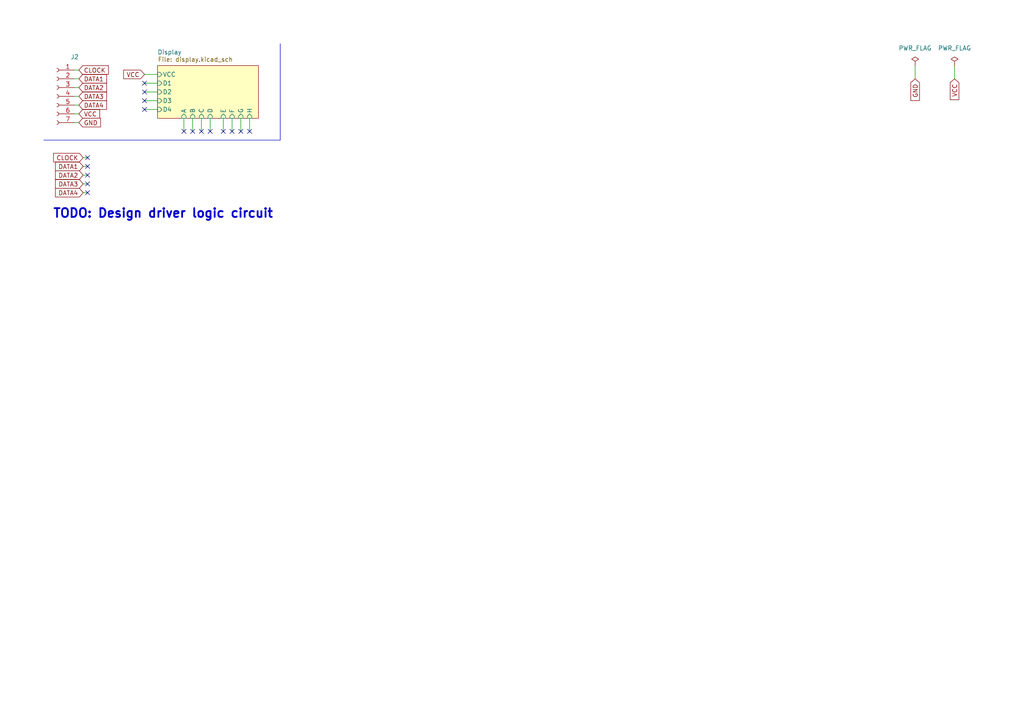
<source format=kicad_sch>
(kicad_sch (version 20231120) (generator "eeschema") (generator_version "8.0")
  (paper "A4")
  (title_block (title "DISPLAY CONTROL TEMPLATE") (date "2022-06-04") (rev "1.0.0") (company "Poznan University of Technology"))
  (lib_symbols
    (symbol "Connector:Conn_01x07_Socket" (pin_names (offset 1.016) hide)
      (property "Reference" "J" (at 0 10.16 0))
      (property "Value" "Conn_01x07_Socket" (at 0 -10.16 0))
      (symbol "Conn_01x07_Socket_1_1"
        (arc (start 0 -7.112) (mid -0.5058 -7.62) (end 0 -8.128) (stroke (width 0.1524)))
        (arc (start 0 -4.572) (mid -0.5058 -5.08) (end 0 -5.588) (stroke (width 0.1524)))
        (arc (start 0 -2.032) (mid -0.5058 -2.54) (end 0 -3.048) (stroke (width 0.1524)))
        (polyline (pts (xy -1.27 -7.62) (xy -0.508 -7.62)) (stroke (width 0.1524)))
        (polyline (pts (xy -1.27 -5.08) (xy -0.508 -5.08)) (stroke (width 0.1524)))
        (polyline (pts (xy -1.27 -2.54) (xy -0.508 -2.54)) (stroke (width 0.1524)))
        (polyline (pts (xy -1.27 0) (xy -0.508 0)) (stroke (width 0.1524)))
        (polyline (pts (xy -1.27 2.54) (xy -0.508 2.54)) (stroke (width 0.1524)))
        (polyline (pts (xy -1.27 5.08) (xy -0.508 5.08)) (stroke (width 0.1524)))
        (polyline (pts (xy -1.27 7.62) (xy -0.508 7.62)) (stroke (width 0.1524)))
        (arc (start 0 0.508) (mid -0.5058 0) (end 0 -0.508) (stroke (width 0.1524)))
        (arc (start 0 3.048) (mid -0.5058 2.54) (end 0 2.032) (stroke (width 0.1524)))
        (arc (start 0 5.588) (mid -0.5058 5.08) (end 0 4.572) (stroke (width 0.1524)))
        (arc (start 0 8.128) (mid -0.5058 7.62) (end 0 7.112) (stroke (width 0.1524)))
        (pin passive line (at -5.08 7.62 0) (length 3.81) (name "Pin_1") (number "1"))
        (pin passive line (at -5.08 5.08 0) (length 3.81) (name "Pin_2") (number "2"))
        (pin passive line (at -5.08 2.54 0) (length 3.81) (name "Pin_3") (number "3"))
        (pin passive line (at -5.08 0 0) (length 3.81) (name "Pin_4") (number "4"))
        (pin passive line (at -5.08 -2.54 0) (length 3.81) (name "Pin_5") (number "5"))
        (pin passive line (at -5.08 -5.08 0) (length 3.81) (name "Pin_6") (number "6"))
        (pin passive line (at -5.08 -7.62 0) (length 3.81) (name "Pin_7") (number "7"))
      )
    )
    (symbol "power:PWR_FLAG" (power) (pin_numbers hide) (pin_names (offset 0) hide)
      (property "Value" "PWR_FLAG" (at 0 3.81 0))
      (symbol "PWR_FLAG_0_0"
        (pin power_out line (at 0 0 90) (length 0) (name "~") (number "1"))
      )
      (symbol "PWR_FLAG_0_1"
        (polyline (pts (xy 0 0) (xy 0 1.27) (xy -1.016 1.905) (xy 0 2.54) (xy 1.016 1.905) (xy 0 1.27)))
      )
    )
  )
  (no_connect (at 41.91 29.21))
  (no_connect (at 41.91 31.75))
  (no_connect (at 41.91 26.67))
  (no_connect (at 41.91 24.13))
  (no_connect (at 25.4 50.8))
  (no_connect (at 25.4 45.72))
  (no_connect (at 25.4 48.26))
  (no_connect (at 25.4 53.34))
  (no_connect (at 25.4 55.88))
  (no_connect (at 58.42 38.1))
  (no_connect (at 55.88 38.1))
  (no_connect (at 53.34 38.1))
  (no_connect (at 67.31 38.1))
  (no_connect (at 69.85 38.1))
  (no_connect (at 60.96 38.1))
  (no_connect (at 64.77 38.1))
  (no_connect (at 72.39 38.1))
  (wire (pts (xy 21.59 20.32) (xy 22.86 20.32)))
  (wire (pts (xy 41.91 29.21) (xy 45.72 29.21)))
  (wire (pts (xy 25.4 53.34) (xy 24.13 53.34)))
  (wire (pts (xy 21.59 30.48) (xy 22.86 30.48)))
  (wire (pts (xy 21.59 35.56) (xy 22.86 35.56)))
  (wire (pts (xy 21.59 22.86) (xy 22.86 22.86)))
  (wire (pts (xy 21.59 33.02) (xy 22.86 33.02)))
  (polyline (pts (xy 12.7 40.64) (xy 81.28 40.64)))
  (wire (pts (xy 72.39 34.29) (xy 72.39 38.1)))
  (wire (pts (xy 25.4 48.26) (xy 24.13 48.26)))
  (wire (pts (xy 55.88 34.29) (xy 55.88 38.1)))
  (wire (pts (xy 41.91 31.75) (xy 45.72 31.75)))
  (wire (pts (xy 21.59 25.4) (xy 22.86 25.4)))
  (wire (pts (xy 53.34 34.29) (xy 53.34 38.1)))
  (wire (pts (xy 64.77 34.29) (xy 64.77 38.1)))
  (wire (pts (xy 25.4 45.72) (xy 24.13 45.72)))
  (wire (pts (xy 41.91 24.13) (xy 45.72 24.13)))
  (wire (pts (xy 41.91 21.59) (xy 45.72 21.59)))
  (wire (pts (xy 265.43 19.05) (xy 265.43 22.86)))
  (wire (pts (xy 58.42 34.29) (xy 58.42 38.1)))
  (wire (pts (xy 25.4 50.8) (xy 24.13 50.8)))
  (wire (pts (xy 276.86 19.05) (xy 276.86 22.86)))
  (wire (pts (xy 21.59 27.94) (xy 22.86 27.94)))
  (wire (pts (xy 25.4 55.88) (xy 24.13 55.88)))
  (polyline (pts (xy 81.28 12.7) (xy 81.28 40.64)))
  (wire (pts (xy 67.31 34.29) (xy 67.31 38.1)))
  (wire (pts (xy 69.85 34.29) (xy 69.85 38.1)))
  (wire (pts (xy 60.96 34.29) (xy 60.96 38.1)))
  (wire (pts (xy 41.91 26.67) (xy 45.72 26.67)))
  (text "TODO: Design driver logic circuit\n" (at 15.24 63.5 0) (effects (font (size 2.54 2.54) (thickness 0.508) (bold yes)) (justify left bottom)))
  (global_label "CLOCK" (shape input) (at 22.86 20.32 0) (property "Intersheetrefs" "${INTERSHEET_REFS}" (effects (hide yes))))
  (global_label "GND" (shape input) (at 22.86 35.56 0) (property "Intersheetrefs" "${INTERSHEET_REFS}" (effects (hide yes))))
  (global_label "VCC" (shape input) (at 22.86 33.02 0) (property "Intersheetrefs" "${INTERSHEET_REFS}" (effects (hide yes))))
  (global_label "DATA4" (shape input) (at 22.86 30.48 0) (property "Intersheetrefs" "${INTERSHEET_REFS}" (effects (hide yes))))
  (global_label "DATA2" (shape input) (at 24.13 50.8 180) (property "Intersheetrefs" "${INTERSHEET_REFS}" (effects (hide yes))))
  (global_label "DATA3" (shape input) (at 22.86 27.94 0) (property "Intersheetrefs" "${INTERSHEET_REFS}" (effects (hide yes))))
  (global_label "VCC" (shape input) (at 276.86 22.86 270) (property "Intersheetrefs" "${INTERSHEET_REFS}" (effects (hide yes))))
  (global_label "VCC" (shape input) (at 41.91 21.59 180) (property "Intersheetrefs" "${INTERSHEET_REFS}" (effects (hide yes))))
  (global_label "DATA3" (shape input) (at 24.13 53.34 180) (property "Intersheetrefs" "${INTERSHEET_REFS}" (effects (hide yes))))
  (global_label "DATA1" (shape input) (at 22.86 22.86 0) (property "Intersheetrefs" "${INTERSHEET_REFS}" (effects (hide yes))))
  (global_label "GND" (shape input) (at 265.43 22.86 270) (property "Intersheetrefs" "${INTERSHEET_REFS}" (effects (hide yes))))
  (global_label "DATA2" (shape input) (at 22.86 25.4 0) (property "Intersheetrefs" "${INTERSHEET_REFS}" (effects (hide yes))))
  (global_label "DATA1" (shape input) (at 24.13 48.26 180) (property "Intersheetrefs" "${INTERSHEET_REFS}" (effects (hide yes))))
  (global_label "DATA4" (shape input) (at 24.13 55.88 180) (property "Intersheetrefs" "${INTERSHEET_REFS}" (effects (hide yes))))
  (global_label "CLOCK" (shape input) (at 24.13 45.72 180) (property "Intersheetrefs" "${INTERSHEET_REFS}" (effects (hide yes))))
  (symbol (lib_id "Connector:Conn_01x07_Socket") (at 16.51 27.94 0) (mirror y) (unit 1)
    (property "Reference" "J2" (at 22.86 16.51 0) (effects (justify left)))
    (property "Value" "Conn_01x07_Socket" (effects (hide yes)))
    (property "Footprint" "Connector_PinSocket_2.54mm:PinSocket_1x07_P2.54mm_Vertical" (effects (hide yes)))
  )
  (symbol (lib_id "power:PWR_FLAG") (at 276.86 19.05 0) (unit 1)
    (property "Reference" "#FLG02" (effects (hide yes)))
    (property "Value" "PWR_FLAG" (at 276.86 13.97 0))
    (property "Description" "Special symbol for telling ERC where power comes from" (effects (hide yes)))
  )
  (symbol (lib_id "power:PWR_FLAG") (at 265.43 19.05 0) (unit 1)
    (property "Reference" "#FLG01" (effects (hide yes)))
    (property "Value" "PWR_FLAG" (at 265.43 13.97 0))
    (property "Description" "Special symbol for telling ERC where power comes from" (effects (hide yes)))
  )
  (sheet (at 45.72 19.05) (size 29.21 15.24) (stroke (width 0.1524)) (fill (color 255 255 194 1.0000))
    (property "Sheetname" "Display" (at 52.705 15.875 0) (effects (justify right bottom)))
    (property "Sheetfile" "display.kicad_sch" (at 67.564 16.51 0) (effects (justify right top)))
    (pin "D1" input (at 45.72 24.13 180))
    (pin "F" input (at 67.31 34.29 270))
    (pin "E" input (at 64.77 34.29 270))
    (pin "C" input (at 58.42 34.29 270))
    (pin "D" input (at 60.96 34.29 270))
    (pin "VCC" input (at 45.72 21.59 180))
    (pin "B" input (at 55.88 34.29 270))
    (pin "A" input (at 53.34 34.29 270))
    (pin "G" input (at 69.85 34.29 270))
    (pin "H" input (at 72.39 34.29 270))
    (pin "D3" input (at 45.72 29.21 180))
    (pin "D2" input (at 45.72 26.67 180))
    (pin "D4" input (at 45.72 31.75 180))
  )
)
</source>
